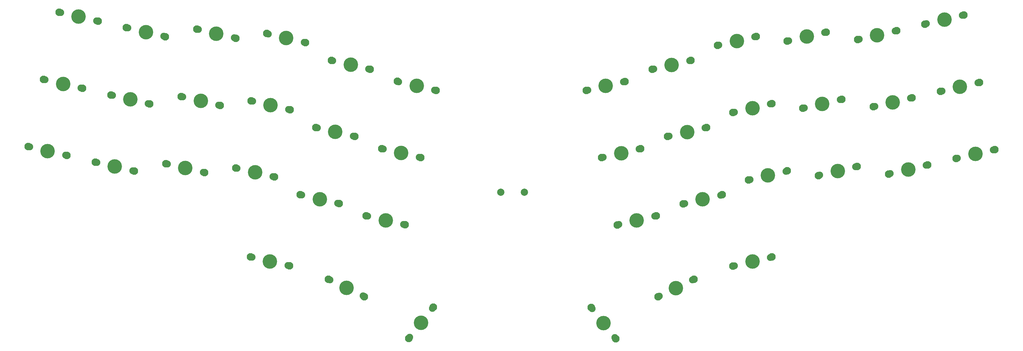
<source format=gbr>
%TF.GenerationSoftware,KiCad,Pcbnew,(6.0.8)*%
%TF.CreationDate,2023-05-09T18:28:35-05:00*%
%TF.ProjectId,Butterfly,42757474-6572-4666-9c79-2e6b69636164,1.0.0*%
%TF.SameCoordinates,Original*%
%TF.FileFunction,Soldermask,Top*%
%TF.FilePolarity,Negative*%
%FSLAX46Y46*%
G04 Gerber Fmt 4.6, Leading zero omitted, Abs format (unit mm)*
G04 Created by KiCad (PCBNEW (6.0.8)) date 2023-05-09 18:28:35*
%MOMM*%
%LPD*%
G01*
G04 APERTURE LIST*
%ADD10C,4.000000*%
%ADD11C,2.100000*%
%ADD12C,1.900000*%
%ADD13C,2.000000*%
G04 APERTURE END LIST*
D10*
%TO.C,MX21*%
X247275596Y-86456694D03*
D11*
X241916561Y-87693925D03*
X252634631Y-85219463D03*
D12*
X252225396Y-85313943D03*
X242325796Y-87599445D03*
%TD*%
%TO.C,MX8*%
X220014394Y-75643231D03*
D11*
X219605159Y-75737711D03*
D12*
X229913994Y-73357729D03*
D11*
X230323229Y-73263249D03*
D10*
X224964194Y-74500480D03*
%TD*%
D11*
%TO.C,MX1*%
X55886091Y-59955256D03*
D10*
X61245126Y-61192487D03*
D11*
X66604161Y-62429718D03*
D12*
X56295326Y-60049736D03*
X66194926Y-62335238D03*
%TD*%
%TO.C,MX7*%
X201809754Y-81475361D03*
X211709354Y-79189859D03*
D11*
X201400519Y-81569841D03*
X212118589Y-79095379D03*
D10*
X206759554Y-80332610D03*
%TD*%
D11*
%TO.C,MX25*%
X47315454Y-97078756D03*
D12*
X47724689Y-97173236D03*
D10*
X52674489Y-98315987D03*
D11*
X58033524Y-99553218D03*
D12*
X57624289Y-99458738D03*
%TD*%
%TO.C,MX29*%
X122864464Y-110447476D03*
D11*
X133173299Y-112827458D03*
D10*
X127814264Y-111590227D03*
D12*
X132764064Y-112732978D03*
D11*
X122455229Y-110352996D03*
%TD*%
%TO.C,MX28*%
X115325768Y-105448515D03*
D12*
X114916533Y-105354035D03*
D10*
X109966733Y-104211284D03*
D11*
X104607698Y-102974053D03*
D12*
X105016933Y-103068533D03*
%TD*%
D11*
%TO.C,MX39*%
X152387134Y-150076513D03*
X159159410Y-141408395D03*
D10*
X155773272Y-145742454D03*
D12*
X152645712Y-149745549D03*
X158900832Y-141739359D03*
%TD*%
%TO.C,MX27*%
X95640563Y-104162341D03*
D11*
X96049798Y-104256821D03*
D12*
X85740963Y-101876839D03*
D10*
X90690763Y-103019590D03*
D11*
X85331728Y-101782359D03*
%TD*%
D10*
%TO.C,MX24*%
X304567840Y-80561397D03*
D12*
X309517640Y-79418646D03*
D11*
X299208805Y-81798628D03*
X309926875Y-79324166D03*
D12*
X299618040Y-81704148D03*
%TD*%
%TO.C,MX10*%
X267216048Y-65560500D03*
D11*
X267625283Y-65466020D03*
D12*
X257316448Y-67846002D03*
D10*
X262266248Y-66703251D03*
D11*
X256907213Y-67940482D03*
%TD*%
D12*
%TO.C,MX38*%
X130623352Y-133875555D03*
D11*
X140132593Y-138513521D03*
D12*
X139755100Y-138329405D03*
D10*
X135189226Y-136102480D03*
D11*
X130245859Y-133691439D03*
%TD*%
%TO.C,MX6*%
X159948573Y-81536088D03*
D12*
X159539338Y-81441608D03*
X149639738Y-79156106D03*
D10*
X154589538Y-80298857D03*
D11*
X149230503Y-79061626D03*
%TD*%
%TO.C,MX2*%
X85165910Y-66715037D03*
D12*
X84756675Y-66620557D03*
D11*
X74447840Y-64240575D03*
D12*
X74857075Y-64335055D03*
D10*
X79806875Y-65477806D03*
%TD*%
D12*
%TO.C,MX16*%
X119201851Y-86792285D03*
D11*
X119611086Y-86886765D03*
D10*
X114252051Y-85649534D03*
D11*
X108893016Y-84412303D03*
D12*
X109302251Y-84506783D03*
%TD*%
D11*
%TO.C,MX12*%
X305641557Y-60762416D03*
D12*
X295332722Y-63142398D03*
D10*
X300282522Y-61999647D03*
D12*
X305232322Y-60856896D03*
D11*
X294923487Y-63236878D03*
%TD*%
D12*
%TO.C,MX30*%
X141069103Y-116279605D03*
X150968703Y-118565107D03*
D11*
X140659868Y-116185125D03*
X151377938Y-118659587D03*
D10*
X146018903Y-117422356D03*
%TD*%
%TO.C,MX22*%
X266551566Y-85265001D03*
D11*
X261192531Y-86502232D03*
D12*
X271501366Y-84122250D03*
X261601766Y-86407752D03*
D11*
X271910601Y-84027770D03*
%TD*%
D10*
%TO.C,MX5*%
X136384899Y-74466727D03*
D12*
X141334699Y-75609478D03*
D11*
X131025864Y-73229496D03*
D12*
X131435099Y-73323976D03*
D11*
X141743934Y-75703958D03*
%TD*%
%TO.C,MX19*%
X205685836Y-100131591D03*
D12*
X206095071Y-100037111D03*
D10*
X211044871Y-98894360D03*
D12*
X215994671Y-97751609D03*
D11*
X216403906Y-97657129D03*
%TD*%
%TO.C,MX41*%
X221216499Y-138547274D03*
D10*
X226159866Y-136136233D03*
D11*
X231103233Y-133725192D03*
D12*
X230725740Y-133909308D03*
X221593992Y-138363158D03*
%TD*%
D10*
%TO.C,MX33*%
X251560914Y-105018444D03*
D11*
X256919949Y-103781213D03*
D12*
X256510714Y-103875693D03*
X246611114Y-106161195D03*
D11*
X246201879Y-106255675D03*
%TD*%
D13*
%TO.C,SW1*%
X177794578Y-109671024D03*
X184294578Y-109671024D03*
%TD*%
D12*
%TO.C,MX35*%
X285341608Y-104551216D03*
D11*
X284932373Y-104645696D03*
X295650443Y-102171234D03*
D12*
X295241208Y-102265714D03*
D10*
X290291408Y-103408465D03*
%TD*%
%TO.C,MX17*%
X132099580Y-93028477D03*
D11*
X126740545Y-91791246D03*
X137458615Y-94265708D03*
D12*
X127149780Y-91885726D03*
X137049380Y-94171228D03*
%TD*%
D11*
%TO.C,MX34*%
X276195918Y-102589520D03*
D10*
X270836883Y-103826751D03*
D11*
X265477848Y-105063982D03*
D12*
X265887083Y-104969502D03*
X275786683Y-102684000D03*
%TD*%
%TO.C,MX23*%
X281056290Y-85989466D03*
D10*
X286006090Y-84846715D03*
D11*
X291365125Y-83609484D03*
X280647055Y-86083946D03*
D12*
X290955890Y-83703964D03*
%TD*%
D11*
%TO.C,MX11*%
X276361737Y-67522196D03*
D12*
X276770972Y-67427716D03*
D11*
X287079807Y-65047734D03*
D12*
X286670572Y-65142214D03*
D10*
X281720772Y-66284965D03*
%TD*%
D12*
%TO.C,MX36*%
X313802957Y-97980396D03*
D11*
X303494122Y-100360378D03*
D10*
X308853157Y-99123147D03*
D11*
X314212192Y-97885916D03*
D12*
X303903357Y-100265898D03*
%TD*%
D11*
%TO.C,MX14*%
X70162522Y-82802323D03*
D10*
X75521557Y-84039554D03*
D12*
X80471357Y-85182305D03*
X70571757Y-82896803D03*
D11*
X80880592Y-85276785D03*
%TD*%
D10*
%TO.C,MX31*%
X215330189Y-117456110D03*
D11*
X220689224Y-116218879D03*
X209971154Y-118693341D03*
D12*
X210380389Y-118598861D03*
X220279989Y-116313359D03*
%TD*%
D11*
%TO.C,MX4*%
X123896403Y-68325014D03*
D10*
X118537368Y-67087783D03*
D11*
X113178333Y-65850552D03*
D12*
X123487168Y-68230534D03*
X113587568Y-65945032D03*
%TD*%
%TO.C,MX15*%
X99925882Y-85600593D03*
X90026282Y-83315091D03*
D10*
X94976082Y-84457842D03*
D11*
X89617047Y-83220611D03*
X100335117Y-85695073D03*
%TD*%
D10*
%TO.C,MX26*%
X71236240Y-102601305D03*
D12*
X76186040Y-103744056D03*
X66286440Y-101458554D03*
D11*
X65877205Y-101364074D03*
X76595275Y-103838536D03*
%TD*%
%TO.C,MX20*%
X223890476Y-94299461D03*
D12*
X234199311Y-91919479D03*
D11*
X234608546Y-91824999D03*
D12*
X224299711Y-94204981D03*
D10*
X229249511Y-93062230D03*
%TD*%
D12*
%TO.C,MX13*%
X61909608Y-80896989D03*
D11*
X62318843Y-80991469D03*
D12*
X52010008Y-78611487D03*
D10*
X56959808Y-79754238D03*
D11*
X51600773Y-78517007D03*
%TD*%
%TO.C,MX18*%
X144945186Y-97623376D03*
D12*
X155254021Y-100003358D03*
D11*
X155663256Y-100097838D03*
D10*
X150304221Y-98860607D03*
D12*
X145354421Y-97717856D03*
%TD*%
%TO.C,MX9*%
X238040479Y-69037695D03*
X247940079Y-66752193D03*
D11*
X248349314Y-66657713D03*
X237631244Y-69132175D03*
D10*
X242990279Y-67894944D03*
%TD*%
D12*
%TO.C,MX3*%
X104211199Y-67038843D03*
X94311599Y-64753341D03*
D11*
X93902364Y-64658861D03*
X104620434Y-67133323D03*
D10*
X99261399Y-65896092D03*
%TD*%
D12*
%TO.C,MX32*%
X238484629Y-110481229D03*
X228585029Y-112766731D03*
D11*
X228175794Y-112861211D03*
D10*
X233534829Y-111623980D03*
D11*
X238893864Y-110386749D03*
%TD*%
D12*
%TO.C,MX40*%
X203047724Y-141835874D03*
X209302844Y-149842064D03*
D10*
X206175284Y-145838969D03*
D11*
X202789146Y-141504910D03*
X209561422Y-150173028D03*
%TD*%
D12*
%TO.C,MX42*%
X252229376Y-127673726D03*
D11*
X252638611Y-127579246D03*
D10*
X247279576Y-128816477D03*
D12*
X242329776Y-129959228D03*
D11*
X241920541Y-130053708D03*
%TD*%
D12*
%TO.C,MX37*%
X119019315Y-129925475D03*
D11*
X119428550Y-130019955D03*
X108710480Y-127545493D03*
D10*
X114069515Y-128782724D03*
D12*
X109119715Y-127639973D03*
%TD*%
M02*

</source>
